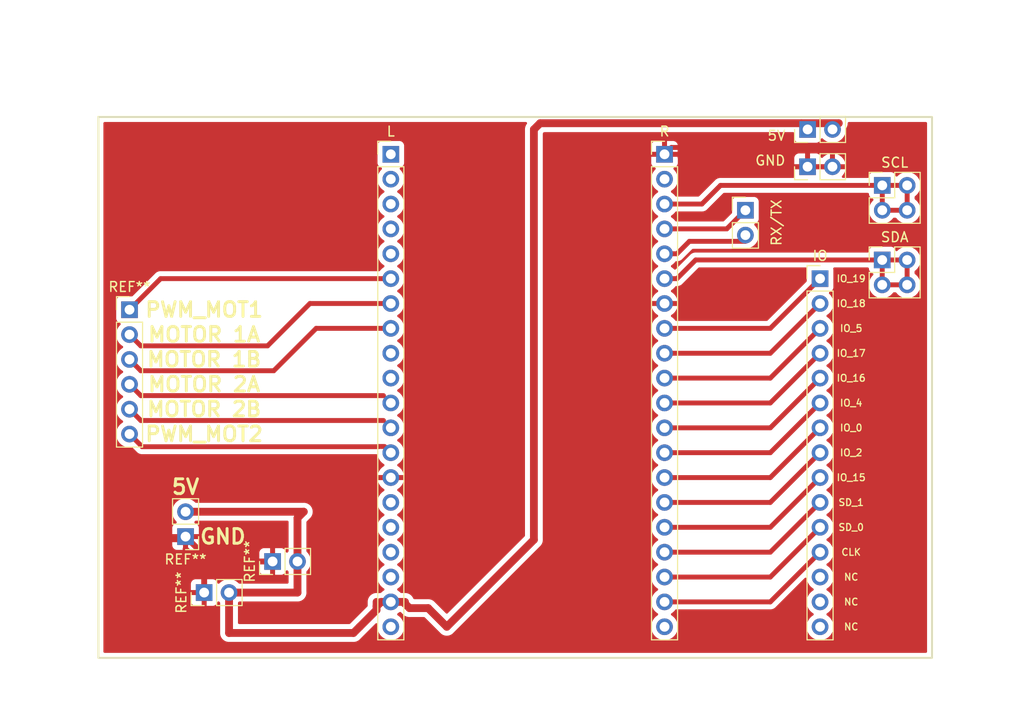
<source format=kicad_pcb>
(kicad_pcb (version 20211014) (generator pcbnew)
  (title_block (date "2022-12-27"))
  (layers (0 "F.Cu" signal) (31 "B.Cu" signal) (34 "B.Paste" user) (35 "F.Paste" user) (36 "B.SilkS" user "B.Silkscreen") (37 "F.SilkS" user "F.Silkscreen") (38 "B.Mask" user) (39 "F.Mask" user) (44 "Edge.Cuts" user))
  (net 0 "")
  (net 1 "+5V")
  (net 2 "GND")
  (footprint "Connector_PinHeader_2.54mm:PinHeader_1x15_P2.54mm_Vertical" (layer "F.Cu") (at 125.095 86.36)
    (fp_text reference "IO" (at 0 -2.33) (layer "F.SilkS"))
    (fp_text value "PinHeader_1x15_P2.54mm_Vertical")
    (fp_line (start -1.33 1.27) (end -1.33 36.89) (layer "F.SilkS") (width 0.12))
    (fp_line (start -1.33 1.27) (end 1.33 1.27) (layer "F.SilkS") (width 0.12))
    (fp_line (start -1.33 -1.33) (end 0 -1.33) (layer "F.SilkS") (width 0.12))
    (fp_line (start -1.33 0) (end -1.33 -1.33) (layer "F.SilkS") (width 0.12))
    (fp_line (start 1.33 1.27) (end 1.33 36.89) (layer "F.SilkS") (width 0.12))
    (fp_line (start -1.33 36.89) (end 1.33 36.89) (layer "F.SilkS") (width 0.12))
    (pad "1" thru_hole rect (at 0 0) (size 1.7 1.7) (drill 1) (layers *.Cu *.Mask))
    (pad "2" thru_hole oval (at 0 2.54) (size 1.7 1.7) (drill 1) (layers *.Cu *.Mask))
    (pad "3" thru_hole oval (at 0 5.08) (size 1.7 1.7) (drill 1) (layers *.Cu *.Mask))
    (pad "4" thru_hole oval (at 0 7.62) (size 1.7 1.7) (drill 1) (layers *.Cu *.Mask))
    (pad "5" thru_hole oval (at 0 10.16) (size 1.7 1.7) (drill 1) (layers *.Cu *.Mask))
    (pad "6" thru_hole oval (at 0 12.7) (size 1.7 1.7) (drill 1) (layers *.Cu *.Mask))
    (pad "7" thru_hole oval (at 0 15.24) (size 1.7 1.7) (drill 1) (layers *.Cu *.Mask))
    (pad "8" thru_hole oval (at 0 17.78) (size 1.7 1.7) (drill 1) (layers *.Cu *.Mask))
    (pad "9" thru_hole oval (at 0 20.32) (size 1.7 1.7) (drill 1) (layers *.Cu *.Mask))
    (pad "10" thru_hole oval (at 0 22.86) (size 1.7 1.7) (drill 1) (layers *.Cu *.Mask))
    (pad "11" thru_hole oval (at 0 25.4) (size 1.7 1.7) (drill 1) (layers *.Cu *.Mask))
    (pad "12" thru_hole oval (at 0 27.94) (size 1.7 1.7) (drill 1) (layers *.Cu *.Mask))
    (pad "13" thru_hole oval (at 0 30.48) (size 1.7 1.7) (drill 1) (layers *.Cu *.Mask))
    (pad "14" thru_hole oval (at 0 33.02) (size 1.7 1.7) (drill 1) (layers *.Cu *.Mask))
    (pad "15" thru_hole oval (at 0 35.56) (size 1.7 1.7) (drill 1) (layers *.Cu *.Mask))
  )
  (footprint "Connector_PinHeader_2.54mm:PinHeader_1x20_P2.54mm_Vertical" (layer "F.Cu") (at 81.28 73.66)
    (fp_text reference "L" (at 0 -2.33) (layer "F.SilkS"))
    (fp_text value "PinHeader_1x20_P2.54mm_Vertical")
    (fp_line (start 1.33 1.27) (end 1.33 49.59) (layer "F.SilkS") (width 0.12))
    (fp_line (start -1.33 0) (end -1.33 -1.33) (layer "F.SilkS") (width 0.12))
    (fp_line (start -1.33 1.27) (end -1.33 49.59) (layer "F.SilkS") (width 0.12))
    (fp_line (start -1.33 49.59) (end 1.33 49.59) (layer "F.SilkS") (width 0.12))
    (fp_line (start -1.33 1.27) (end 1.33 1.27) (layer "F.SilkS") (width 0.12))
    (fp_line (start -1.33 -1.33) (end 0 -1.33) (layer "F.SilkS") (width 0.12))
    (pad "1" thru_hole rect (at 0 0) (size 1.7 1.7) (drill 1) (layers *.Cu *.Mask))
    (pad "2" thru_hole oval (at 0 2.54) (size 1.7 1.7) (drill 1) (layers *.Cu *.Mask))
    (pad "3" thru_hole oval (at 0 5.08) (size 1.7 1.7) (drill 1) (layers *.Cu *.Mask))
    (pad "4" thru_hole oval (at 0 7.62) (size 1.7 1.7) (drill 1) (layers *.Cu *.Mask))
    (pad "5" thru_hole oval (at 0 10.16) (size 1.7 1.7) (drill 1) (layers *.Cu *.Mask))
    (pad "6" thru_hole oval (at 0 12.7) (size 1.7 1.7) (drill 1) (layers *.Cu *.Mask))
    (pad "7" thru_hole oval (at 0 15.24) (size 1.7 1.7) (drill 1) (layers *.Cu *.Mask))
    (pad "8" thru_hole oval (at 0 17.78) (size 1.7 1.7) (drill 1) (layers *.Cu *.Mask))
    (pad "9" thru_hole oval (at 0 20.32) (size 1.7 1.7) (drill 1) (layers *.Cu *.Mask))
    (pad "10" thru_hole oval (at 0 22.86) (size 1.7 1.7) (drill 1) (layers *.Cu *.Mask))
    (pad "11" thru_hole oval (at 0 25.4) (size 1.7 1.7) (drill 1) (layers *.Cu *.Mask))
    (pad "12" thru_hole oval (at 0 27.94) (size 1.7 1.7) (drill 1) (layers *.Cu *.Mask))
    (pad "13" thru_hole oval (at 0 30.48) (size 1.7 1.7) (drill 1) (layers *.Cu *.Mask))
    (pad "14" thru_hole oval (at 0 33.02) (size 1.7 1.7) (drill 1) (layers *.Cu *.Mask) (net 2 "GND"))
    (pad "15" thru_hole oval (at 0 35.56) (size 1.7 1.7) (drill 1) (layers *.Cu *.Mask))
    (pad "16" thru_hole oval (at 0 38.1) (size 1.7 1.7) (drill 1) (layers *.Cu *.Mask))
    (pad "17" thru_hole oval (at 0 40.64) (size 1.7 1.7) (drill 1) (layers *.Cu *.Mask))
    (pad "18" thru_hole oval (at 0 43.18) (size 1.7 1.7) (drill 1) (layers *.Cu *.Mask))
    (pad "19" thru_hole oval (at 0 45.72) (size 1.7 1.7) (drill 1) (layers *.Cu *.Mask) (net 1 "+5V"))
    (pad "20" thru_hole oval (at 0 48.26) (size 1.7 1.7) (drill 1) (layers *.Cu *.Mask))
  )
  (footprint "Connector_PinHeader_2.54mm:PinHeader_1x02_P2.54mm_Vertical" (layer "F.Cu") (at 123.82 74.93 90)
    (fp_text reference "GND" (at 0.635 -3.805 180) (layer "F.SilkS"))
    (fp_text value "PinHeader_1x02_P2.54mm_Vertical")
    (fp_line (start -1.33 -1.33) (end 0 -1.33) (layer "F.SilkS") (width 0.12))
    (fp_line (start -1.33 0) (end -1.33 -1.33) (layer "F.SilkS") (width 0.12))
    (fp_line (start 1.33 1.27) (end 1.33 3.87) (layer "F.SilkS") (width 0.12))
    (fp_line (start -1.33 3.87) (end 1.33 3.87) (layer "F.SilkS") (width 0.12))
    (fp_line (start -1.33 1.27) (end 1.33 1.27) (layer "F.SilkS") (width 0.12))
    (fp_line (start -1.33 1.27) (end -1.33 3.87) (layer "F.SilkS") (width 0.12))
    (pad "1" thru_hole rect (at 0 0 90) (size 1.7 1.7) (drill 1) (layers F&B.Cu *.Mask) (net 2 "GND"))
    (pad "2" thru_hole oval (at 0 2.54 90) (size 1.7 1.7) (drill 1) (layers F&B.Cu *.Mask) (net 2 "GND"))
  )
  (footprint "Connector_PinHeader_2.54mm:PinHeader_2x02_P2.54mm_Vertical" (layer "F.Cu") (at 131.445 76.835)
    (fp_text reference "SCL" (at 1.27 -2.33) (layer "F.SilkS"))
    (fp_text value "PinHeader_2x02_P2.54mm_Vertical")
    (fp_line (start -1.33 1.27) (end 1.27 1.27) (layer "F.SilkS") (width 0.12))
    (fp_line (start -1.33 0) (end -1.33 -1.33) (layer "F.SilkS") (width 0.12))
    (fp_line (start -1.33 1.27) (end -1.33 3.87) (layer "F.SilkS") (width 0.12))
    (fp_line (start -1.33 -1.33) (end 0 -1.33) (layer "F.SilkS") (width 0.12))
    (fp_line (start 1.27 1.27) (end 1.27 -1.33) (layer "F.SilkS") (width 0.12))
    (fp_line (start -1.33 3.87) (end 3.87 3.87) (layer "F.SilkS") (width 0.12))
    (fp_line (start 1.27 -1.33) (end 3.87 -1.33) (layer "F.SilkS") (width 0.12))
    (fp_line (start 3.87 -1.33) (end 3.87 3.87) (layer "F.SilkS") (width 0.12))
    (pad "1" thru_hole rect (at 0 0) (size 1.7 1.7) (drill 1) (layers *.Cu *.Mask))
    (pad "2" thru_hole oval (at 2.54 0) (size 1.7 1.7) (drill 1) (layers *.Cu *.Mask))
    (pad "3" thru_hole oval (at 0 2.54) (size 1.7 1.7) (drill 1) (layers *.Cu *.Mask))
    (pad "4" thru_hole oval (at 2.54 2.54) (size 1.7 1.7) (drill 1) (layers *.Cu *.Mask))
  )
  (footprint "Connector_PinHeader_2.54mm:PinHeader_1x06_P2.54mm_Vertical" (layer "F.Cu") (at 54.61 89.535)
    (fp_text reference "REF**" (at 0 -2.33) (layer "F.SilkS"))
    (fp_text value "PinHeader_1x06_P2.54mm_Vertical")
    (fp_line (start -1.33 14.03) (end 1.33 14.03) (layer "F.SilkS") (width 0.12))
    (fp_line (start 1.33 1.27) (end 1.33 14.03) (layer "F.SilkS") (width 0.12))
    (fp_line (start -1.33 1.27) (end 1.33 1.27) (layer "F.SilkS") (width 0.12))
    (fp_line (start -1.33 1.27) (end -1.33 14.03) (layer "F.SilkS") (width 0.12))
    (fp_line (start -1.33 -1.33) (end 0 -1.33) (layer "F.SilkS") (width 0.12))
    (fp_line (start -1.33 0) (end -1.33 -1.33) (layer "F.SilkS") (width 0.12))
    (pad "1" thru_hole rect (at 0 0) (size 1.7 1.7) (drill 1) (layers *.Cu *.Mask))
    (pad "2" thru_hole oval (at 0 2.54) (size 1.7 1.7) (drill 1) (layers *.Cu *.Mask))
    (pad "3" thru_hole oval (at 0 5.08) (size 1.7 1.7) (drill 1) (layers *.Cu *.Mask))
    (pad "4" thru_hole oval (at 0 7.62) (size 1.7 1.7) (drill 1) (layers *.Cu *.Mask))
    (pad "5" thru_hole oval (at 0 10.16) (size 1.7 1.7) (drill 1) (layers *.Cu *.Mask))
    (pad "6" thru_hole oval (at 0 12.7) (size 1.7 1.7) (drill 1) (layers *.Cu *.Mask))
  )
  (footprint "Connector_PinHeader_2.54mm:PinHeader_1x20_P2.54mm_Vertical" (layer "F.Cu") (at 109.22 73.66)
    (fp_text reference "R" (at 0 -2.33) (layer "F.SilkS"))
    (fp_text value "PinHeader_1x20_P2.54mm_Vertical")
    (fp_line (start -1.33 -1.33) (end 0 -1.33) (layer "F.SilkS") (width 0.12))
    (fp_line (start -1.33 1.27) (end 1.33 1.27) (layer "F.SilkS") (width 0.12))
    (fp_line (start -1.33 1.27) (end -1.33 49.59) (layer "F.SilkS") (width 0.12))
    (fp_line (start -1.33 49.59) (end 1.33 49.59) (layer "F.SilkS") (width 0.12))
    (fp_line (start -1.33 0) (end -1.33 -1.33) (layer "F.SilkS") (width 0.12))
    (fp_line (start 1.33 1.27) (end 1.33 49.59) (layer "F.SilkS") (width 0.12))
    (pad "1" thru_hole rect (at 0 0) (size 1.7 1.7) (drill 1) (layers *.Cu *.Mask) (net 2 "GND"))
    (pad "2" thru_hole oval (at 0 2.54) (size 1.7 1.7) (drill 1) (layers *.Cu *.Mask))
    (pad "3" thru_hole oval (at 0 5.08) (size 1.7 1.7) (drill 1) (layers *.Cu *.Mask))
    (pad "4" thru_hole oval (at 0 7.62) (size 1.7 1.7) (drill 1) (layers *.Cu *.Mask))
    (pad "5" thru_hole oval (at 0 10.16) (size 1.7 1.7) (drill 1) (layers *.Cu *.Mask))
    (pad "6" thru_hole oval (at 0 12.7) (size 1.7 1.7) (drill 1) (layers *.Cu *.Mask))
    (pad "7" thru_hole oval (at 0 15.24) (size 1.7 1.7) (drill 1) (layers *.Cu *.Mask) (net 2 "GND"))
    (pad "8" thru_hole oval (at 0 17.78) (size 1.7 1.7) (drill 1) (layers *.Cu *.Mask))
    (pad "9" thru_hole oval (at 0 20.32) (size 1.7 1.7) (drill 1) (layers *.Cu *.Mask))
    (pad "10" thru_hole oval (at 0 22.86) (size 1.7 1.7) (drill 1) (layers *.Cu *.Mask))
    (pad "11" thru_hole oval (at 0 25.4) (size 1.7 1.7) (drill 1) (layers *.Cu *.Mask))
    (pad "12" thru_hole oval (at 0 27.94) (size 1.7 1.7) (drill 1) (layers *.Cu *.Mask))
    (pad "13" thru_hole oval (at 0 30.48) (size 1.7 1.7) (drill 1) (layers *.Cu *.Mask))
    (pad "14" thru_hole oval (at 0 33.02) (size 1.7 1.7) (drill 1) (layers *.Cu *.Mask))
    (pad "15" thru_hole oval (at 0 35.56) (size 1.7 1.7) (drill 1) (layers *.Cu *.Mask))
    (pad "16" thru_hole oval (at 0 38.1) (size 1.7 1.7) (drill 1) (layers *.Cu *.Mask))
    (pad "17" thru_hole oval (at 0 40.64) (size 1.7 1.7) (drill 1) (layers *.Cu *.Mask))
    (pad "18" thru_hole oval (at 0 43.18) (size 1.7 1.7) (drill 1) (layers *.Cu *.Mask))
    (pad "19" thru_hole oval (at 0 45.72) (size 1.7 1.7) (drill 1) (layers *.Cu *.Mask))
    (pad "20" thru_hole oval (at 0 48.26) (size 1.7 1.7) (drill 1) (layers *.Cu *.Mask))
  )
  (footprint "Connector_PinHeader_2.54mm:PinHeader_1x02_P2.54mm_Vertical" (layer "F.Cu") (at 62.23 118.425 90)
    (fp_text reference "REF**" (at 0 -2.33 90) (layer "F.SilkS"))
    (fp_text value "PinHeader_1x02_P2.54mm_Vertical")
    (fp_line (start -1.33 0) (end -1.33 -1.33) (layer "F.SilkS") (width 0.12))
    (fp_line (start -1.33 -1.33) (end 0 -1.33) (layer "F.SilkS") (width 0.12))
    (fp_line (start -1.33 1.27) (end -1.33 3.87) (layer "F.SilkS") (width 0.12))
    (fp_line (start -1.33 1.27) (end 1.33 1.27) (layer "F.SilkS") (width 0.12))
    (fp_line (start 1.33 1.27) (end 1.33 3.87) (layer "F.SilkS") (width 0.12))
    (fp_line (start -1.33 3.87) (end 1.33 3.87) (layer "F.SilkS") (width 0.12))
    (pad "1" thru_hole rect (at 0 0 90) (size 1.7 1.7) (drill 1) (layers F&B.Cu *.Mask) (net 2 "GND"))
    (pad "2" thru_hole oval (at 0 2.54 90) (size 1.7 1.7) (drill 1) (layers F&B.Cu *.Mask) (net 1 "+5V"))
  )
  (footprint "Connector_PinHeader_2.54mm:PinHeader_1x02_P2.54mm_Vertical" (layer "F.Cu") (at 117.475 79.375)
    (fp_text reference "RX/TX" (at 3.175 1.27 -90) (layer "F.SilkS"))
    (fp_text value "PinHeader_1x02_P2.54mm_Vertical")
    (fp_line (start -1.33 3.87) (end 1.33 3.87) (layer "F.SilkS") (width 0.12))
    (fp_line (start 1.33 1.27) (end 1.33 3.87) (layer "F.SilkS") (width 0.12))
    (fp_line (start -1.33 1.27) (end 1.33 1.27) (layer "F.SilkS") (width 0.12))
    (fp_line (start -1.33 -1.33) (end 0 -1.33) (layer "F.SilkS") (width 0.12))
    (fp_line (start -1.33 1.27) (end -1.33 3.87) (layer "F.SilkS") (width 0.12))
    (fp_line (start -1.33 0) (end -1.33 -1.33) (layer "F.SilkS") (width 0.12))
    (pad "1" thru_hole rect (at 0 0) (size 1.7 1.7) (drill 1) (layers *.Cu *.Mask))
    (pad "2" thru_hole oval (at 0 2.54) (size 1.7 1.7) (drill 1) (layers *.Cu *.Mask))
  )
  (footprint "Connector_PinHeader_2.54mm:PinHeader_1x02_P2.54mm_Vertical" (layer "F.Cu") (at 69.215 115.25 90)
    (fp_text reference "REF**" (at 0 -2.33 90) (layer "F.SilkS"))
    (fp_text value "PinHeader_1x02_P2.54mm_Vertical")
    (fp_line (start -1.33 0) (end -1.33 -1.33) (layer "F.SilkS") (width 0.12))
    (fp_line (start -1.33 -1.33) (end 0 -1.33) (layer "F.SilkS") (width 0.12))
    (fp_line (start -1.33 1.27) (end -1.33 3.87) (layer "F.SilkS") (width 0.12))
    (fp_line (start -1.33 1.27) (end 1.33 1.27) (layer "F.SilkS") (width 0.12))
    (fp_line (start 1.33 1.27) (end 1.33 3.87) (layer "F.SilkS") (width 0.12))
    (fp_line (start -1.33 3.87) (end 1.33 3.87) (layer "F.SilkS") (width 0.12))
    (pad "1" thru_hole rect (at 0 0 90) (size 1.7 1.7) (drill 1) (layers *.Cu *.Mask) (net 2 "GND"))
    (pad "2" thru_hole oval (at 0 2.54 90) (size 1.7 1.7) (drill 1) (layers *.Cu *.Mask) (net 1 "+5V"))
  )
  (footprint "Connector_PinHeader_2.54mm:PinHeader_1x02_P2.54mm_Vertical" (layer "F.Cu") (at 123.825 71.12 90)
    (fp_text reference "5V" (at -0.635 -3.175 180) (layer "F.SilkS"))
    (fp_text value "PinHeader_1x02_P2.54mm_Vertical")
    (fp_line (start -1.33 -1.33) (end 0 -1.33) (layer "F.SilkS") (width 0.12))
    (fp_line (start -1.33 0) (end -1.33 -1.33) (layer "F.SilkS") (width 0.12))
    (fp_line (start 1.33 1.27) (end 1.33 3.87) (layer "F.SilkS") (width 0.12))
    (fp_line (start -1.33 3.87) (end 1.33 3.87) (layer "F.SilkS") (width 0.12))
    (fp_line (start -1.33 1.27) (end 1.33 1.27) (layer "F.SilkS") (width 0.12))
    (fp_line (start -1.33 1.27) (end -1.33 3.87) (layer "F.SilkS") (width 0.12))
    (pad "1" thru_hole rect (at 0 0 90) (size 1.7 1.7) (drill 1) (layers *.Cu *.Mask) (net 1 "+5V"))
    (pad "2" thru_hole oval (at 0 2.54 90) (size 1.7 1.7) (drill 1) (layers *.Cu *.Mask) (net 1 "+5V"))
  )
  (footprint "Connector_PinHeader_2.54mm:PinHeader_2x02_P2.54mm_Vertical" (layer "F.Cu") (at 131.44 84.455)
    (fp_text reference "SDA" (at 1.27 -2.33) (layer "F.SilkS"))
    (fp_text value "PinHeader_2x02_P2.54mm_Vertical")
    (fp_line (start -1.33 1.27) (end 1.27 1.27) (layer "F.SilkS") (width 0.12))
    (fp_line (start -1.33 0) (end -1.33 -1.33) (layer "F.SilkS") (width 0.12))
    (fp_line (start -1.33 1.27) (end -1.33 3.87) (layer "F.SilkS") (width 0.12))
    (fp_line (start -1.33 -1.33) (end 0 -1.33) (layer "F.SilkS") (width 0.12))
    (fp_line (start 1.27 1.27) (end 1.27 -1.33) (layer "F.SilkS") (width 0.12))
    (fp_line (start -1.33 3.87) (end 3.87 3.87) (layer "F.SilkS") (width 0.12))
    (fp_line (start 1.27 -1.33) (end 3.87 -1.33) (layer "F.SilkS") (width 0.12))
    (fp_line (start 3.87 -1.33) (end 3.87 3.87) (layer "F.SilkS") (width 0.12))
    (pad "1" thru_hole rect (at 0 0) (size 1.7 1.7) (drill 1) (layers F&B.Cu *.Mask))
    (pad "2" thru_hole oval (at 2.54 0) (size 1.7 1.7) (drill 1) (layers F&B.Cu *.Mask))
    (pad "3" thru_hole oval (at 0 2.54) (size 1.7 1.7) (drill 1) (layers F&B.Cu *.Mask))
    (pad "4" thru_hole oval (at 2.54 2.54) (size 1.7 1.7) (drill 1) (layers F&B.Cu *.Mask))
  )
  (footprint "Connector_PinHeader_2.54mm:PinHeader_1x02_P2.54mm_Vertical" (layer "F.Cu") (at 60.33 112.71 180)
    (fp_text reference "REF**" (at 0 -2.33) (layer "F.SilkS"))
    (fp_text value "PinHeader_1x02_P2.54mm_Vertical")
    (fp_line (start -1.33 -1.33) (end 0 -1.33) (layer "F.SilkS") (width 0.12))
    (fp_line (start -1.33 0) (end -1.33 -1.33) (layer "F.SilkS") (width 0.12))
    (fp_line (start -1.33 1.27) (end 1.33 1.27) (layer "F.SilkS") (width 0.12))
    (fp_line (start -1.33 3.87) (end 1.33 3.87) (layer "F.SilkS") (width 0.12))
    (fp_line (start -1.33 1.27) (end -1.33 3.87) (layer "F.SilkS") (width 0.12))
    (fp_line (start 1.33 1.27) (end 1.33 3.87) (layer "F.SilkS") (width 0.12))
    (pad "1" thru_hole rect (at 0 0 180) (size 1.7 1.7) (drill 1) (layers *.Cu *.Mask) (net 2 "GND"))
    (pad "2" thru_hole oval (at 0 2.54 180) (size 1.7 1.7) (drill 1) (layers *.Cu *.Mask) (net 1 "+5V"))
  )
  (gr_rect (start 51.435 69.85) (end 136.525 125.095) (layer "F.SilkS") (width 0.2) (fill none))
  (gr_poly (pts (xy 136.525 125.095) (xy 51.435 125.095) (xy 51.435 69.85) (xy 136.525 69.85)) (layer "Edge.Cuts") (width 0.1) (fill none))
  (gr_text "NC" (at 128.27 116.84) (layer "F.SilkS") (effects (font (size 0.7 0.7) (thickness 0.125))))
  (gr_text "PWM_MOT2" (at 62.23 102.235) (layer "F.SilkS") (effects (font (size 1.5 1.5) (thickness 0.3))))
  (gr_text "IO_5" (at 128.27 91.44) (layer "F.SilkS") (effects (font (size 0.7 0.7) (thickness 0.125))))
  (gr_text "GND" (at 64.14 112.71) (layer "F.SilkS") (effects (font (size 1.5 1.5) (thickness 0.3))))
  (gr_text "IO_19" (at 128.27 86.36) (layer "F.SilkS") (effects (font (size 0.7 0.7) (thickness 0.125))))
  (gr_text "5V" (at 60.33 107.63) (layer "F.SilkS") (effects (font (size 1.5 1.5) (thickness 0.3))))
  (gr_text "NC" (at 128.27 119.38) (layer "F.SilkS") (effects (font (size 0.7 0.7) (thickness 0.125))))
  (gr_text "MOTOR 2B" (at 62.23 99.695) (layer "F.SilkS") (effects (font (size 1.5 1.5) (thickness 0.3))))
  (gr_text "IO_15" (at 128.27 106.68) (layer "F.SilkS") (effects (font (size 0.7 0.7) (thickness 0.125))))
  (gr_text "IO_16" (at 128.27 96.52) (layer "F.SilkS") (effects (font (size 0.7 0.7) (thickness 0.125))))
  (gr_text "IO_4" (at 128.27 99.06) (layer "F.SilkS") (effects (font (size 0.7 0.7) (thickness 0.125))))
  (gr_text "IO_18" (at 128.27 88.9) (layer "F.SilkS") (effects (font (size 0.7 0.7) (thickness 0.125))))
  (gr_text "MOTOR 1B" (at 62.23 94.615) (layer "F.SilkS") (effects (font (size 1.5 1.5) (thickness 0.3))))
  (gr_text "PWM_MOT1" (at 62.23 89.535) (layer "F.SilkS") (effects (font (size 1.5 1.5) (thickness 0.3))))
  (gr_text "SD_1" (at 128.27 109.22) (layer "F.SilkS") (effects (font (size 0.7 0.7) (thickness 0.125))))
  (gr_text "IO_2" (at 128.27 104.14) (layer "F.SilkS") (effects (font (size 0.7 0.7) (thickness 0.125))))
  (gr_text "MOTOR 2A" (at 62.23 97.155) (layer "F.SilkS") (effects (font (size 1.5 1.5) (thickness 0.3))))
  (gr_text "SD_0" (at 128.27 111.76) (layer "F.SilkS") (effects (font (size 0.7 0.7) (thickness 0.125))))
  (gr_text "MOTOR 1A" (at 62.23 92.075) (layer "F.SilkS") (effects (font (size 1.5 1.5) (thickness 0.3))))
  (gr_text "NC" (at 128.27 121.92) (layer "F.SilkS") (effects (font (size 0.7 0.7) (thickness 0.125))))
  (gr_text "IO_17" (at 128.27 93.98) (layer "F.SilkS") (effects (font (size 0.7 0.7) (thickness 0.125))))
  (gr_text "IO_0" (at 128.27 101.6) (layer "F.SilkS") (effects (font (size 0.7 0.7) (thickness 0.125))))
  (gr_text "CLK" (at 128.27 114.3) (layer "F.SilkS") (effects (font (size 0.7 0.7) (thickness 0.125))))
  (segment (start 120.015 116.84) (end 109.22 116.84) (width 0.5) (layer "F.Cu") (net 0))
  (segment (start 54.61 97.155) (end 55.763571 98.308571) (width 0.5) (layer "F.Cu") (net 0))
  (segment (start 131.44 86.995) (end 131.44 84.455) (width 0.5) (layer "F.Cu") (net 0))
  (segment (start 109.22 81.28) (end 115.57 81.28) (width 0.5) (layer "F.Cu") (net 0))
  (segment (start 131.44 84.455) (end 112.395 84.455) (width 0.5) (layer "F.Cu") (net 0))
  (segment (start 68.696429 93.228571) (end 73.025 88.9) (width 0.5) (layer "F.Cu") (net 0))
  (segment (start 120.015 119.38) (end 109.22 119.38) (width 0.5) (layer "F.Cu") (net 0))
  (segment (start 117.475 82.55) (end 117.475 81.915) (width 0.5) (layer "F.Cu") (net 0))
  (segment (start 120.015 93.98) (end 109.22 93.98) (width 0.5) (layer "F.Cu") (net 0))
  (segment (start 120.015 91.44) (end 125.095 86.36) (width 0.5) (layer "F.Cu") (net 0))
  (segment (start 80.645 103.505) (end 81.28 104.14) (width 0.25) (layer "F.Cu") (net 0))
  (segment (start 125.095 104.14) (end 120.015 109.22) (width 0.5) (layer "F.Cu") (net 0))
  (segment (start 110.49 86.36) (end 109.22 86.36) (width 0.5) (layer "F.Cu") (net 0))
  (segment (start 120.015 106.68) (end 109.22 106.68) (width 0.5) (layer "F.Cu") (net 0))
  (segment (start 109.22 91.44) (end 120.015 91.44) (width 0.5) (layer "F.Cu") (net 0))
  (segment (start 120.015 104.14) (end 109.22 104.14) (width 0.5) (layer "F.Cu") (net 0))
  (segment (start 125.095 99.06) (end 120.015 104.14) (width 0.5) (layer "F.Cu") (net 0))
  (segment (start 55.763571 100.848571) (end 80.528571 100.848571) (width 0.5) (layer "F.Cu") (net 0))
  (segment (start 131.445 76.835) (end 114.935 76.835) (width 0.5) (layer "F.Cu") (net 0))
  (segment (start 125.095 93.98) (end 120.015 99.06) (width 0.5) (layer "F.Cu") (net 0))
  (segment (start 112.395 84.455) (end 110.49 86.36) (width 0.5) (layer "F.Cu") (net 0))
  (segment (start 131.445 79.375) (end 131.445 76.835) (width 0.5) (layer "F.Cu") (net 0))
  (segment (start 55.906428 103.531428) (end 79.983572 103.531428) (width 0.5) (layer "F.Cu") (net 0))
  (segment (start 120.015 99.06) (end 109.22 99.06) (width 0.5) (layer "F.Cu") (net 0))
  (segment (start 69.331429 95.768571) (end 73.66 91.44) (width 0.5) (layer "F.Cu") (net 0))
  (segment (start 131.44 86.995) (end 133.98 86.995) (width 0.5) (layer "F.Cu") (net 0))
  (segment (start 125.095 101.6) (end 120.015 106.68) (width 0.5) (layer "F.Cu") (net 0))
  (segment (start 113.03 78.74) (end 109.22 78.74) (width 0.5) (layer "F.Cu") (net 0))
  (segment (start 73.025 88.9) (end 81.28 88.9) (width 0.5) (layer "F.Cu") (net 0))
  (segment (start 54.61 94.615) (end 55.763571 95.768571) (width 0.5) (layer "F.Cu") (net 0))
  (segment (start 115.57 81.28) (end 117.475 79.375) (width 0.5) (layer "F.Cu") (net 0))
  (segment (start 80.01 103.505) (end 80.645 103.505) (width 0.5) (layer "F.Cu") (net 0))
  (segment (start 120.015 114.3) (end 109.22 114.3) (width 0.5) (layer "F.Cu") (net 0))
  (segment (start 120.015 96.52) (end 109.22 96.52) (width 0.5) (layer "F.Cu") (net 0))
  (segment (start 111.76 82.55) (end 117.475 82.55) (width 0.5) (layer "F.Cu") (net 0))
  (segment (start 57.785 86.36) (end 81.28 86.36) (width 0.5) (layer "F.Cu") (net 0))
  (segment (start 55.763571 98.308571) (end 80.528571 98.308571) (width 0.5) (layer "F.Cu") (net 0))
  (segment (start 109.22 111.76) (end 120.015 111.76) (width 0.5) (layer "F.Cu") (net 0))
  (segment (start 133.985 79.375) (end 131.445 79.375) (width 0.5) (layer "F.Cu") (net 0))
  (segment (start 79.983572 103.531428) (end 80.01 103.505) (width 0.25) (layer "F.Cu") (net 0))
  (segment (start 55.763571 93.228571) (end 68.696429 93.228571) (width 0.5) (layer "F.Cu") (net 0))
  (segment (start 54.61 99.695) (end 55.763571 100.848571) (width 0.5) (layer "F.Cu") (net 0))
  (segment (start 54.61 102.235) (end 55.906428 103.531428) (width 0.5) (layer "F.Cu") (net 0))
  (segment (start 125.095 109.22) (end 120.015 114.3) (width 0.5) (layer "F.Cu") (net 0))
  (segment (start 110.49 83.82) (end 111.76 82.55) (width 0.5) (layer "F.Cu") (net 0))
  (segment (start 80.528571 98.308571) (end 81.28 99.06) (width 0.25) (layer "F.Cu") (net 0))
  (segment (start 133.985 79.375) (end 133.985 76.835) (width 0.5) (layer "F.Cu") (net 0))
  (segment (start 109.22 83.82) (end 110.49 83.82) (width 0.5) (layer "F.Cu") (net 0))
  (segment (start 120.015 101.6) (end 109.22 101.6) (width 0.5) (layer "F.Cu") (net 0))
  (segment (start 131.445 76.835) (end 133.985 76.835) (width 0.5) (layer "F.Cu") (net 0))
  (segment (start 55.763571 95.768571) (end 69.331429 95.768571) (width 0.5) (layer "F.Cu") (net 0))
  (segment (start 125.095 88.9) (end 120.015 93.98) (width 0.5) (layer "F.Cu") (net 0))
  (segment (start 133.98 84.455) (end 133.98 86.995) (width 0.5) (layer "F.Cu") (net 0))
  (segment (start 125.095 114.3) (end 120.015 119.38) (width 0.5) (layer "F.Cu") (net 0))
  (segment (start 120.015 111.76) (end 125.095 106.68) (width 0.5) (layer "F.Cu") (net 0))
  (segment (start 73.66 91.44) (end 81.28 91.44) (width 0.5) (layer "F.Cu") (net 0))
  (segment (start 80.528571 100.848571) (end 81.28 101.6) (width 0.25) (layer "F.Cu") (net 0))
  (segment (start 54.61 89.535) (end 57.785 86.36) (width 0.5) (layer "F.Cu") (net 0))
  (segment (start 54.61 92.075) (end 55.763571 93.228571) (width 0.5) (layer "F.Cu") (net 0))
  (segment (start 125.095 111.76) (end 120.015 116.84) (width 0.5) (layer "F.Cu") (net 0))
  (segment (start 125.095 91.44) (end 120.015 96.52) (width 0.5) (layer "F.Cu") (net 0))
  (segment (start 133.98 84.455) (end 131.44 84.455) (width 0.5) (layer "F.Cu") (net 0))
  (segment (start 120.015 109.22) (end 109.22 109.22) (width 0.5) (layer "F.Cu") (net 0))
  (segment (start 125.095 96.52) (end 120.015 101.6) (width 0.5) (layer "F.Cu") (net 0))
  (segment (start 114.935 76.835) (end 113.03 78.74) (width 0.5) (layer "F.Cu") (net 0))
  (segment (start 82.73 119.56) (end 82.55 119.38) (width 0.8) (layer "F.Cu") (net 1))
  (segment (start 60.33 110.17) (end 72.395 110.17) (width 0.8) (layer "F.Cu") (net 1))
  (segment (start 85.09 120.015) (end 83.185 120.015) (width 0.8) (layer "F.Cu") (net 1))
  (segment (start 71.755 118.42) (end 71.755 115.25) (width 0.8) (layer "F.Cu") (net 1))
  (segment (start 95.885 71.12) (end 96.52 70.485) (width 0.8) (layer "F.Cu") (net 1))
  (segment (start 72.395 110.17) (end 71.755 110.81) (width 0.8) (layer "F.Cu") (net 1))
  (segment (start 64.77 118.425) (end 71.76 118.425) (width 0.8) (layer "F.Cu") (net 1))
  (segment (start 64.77 122.555) (end 77.47 122.555) (width 0.8) (layer "F.Cu") (net 1))
  (segment (start 71.76 118.425) (end 71.755 118.42) (width 0.2) (layer "F.Cu") (net 1))
  (segment (start 95.885 113.03) (end 95.885 71.12) (width 0.8) (layer "F.Cu") (net 1))
  (segment (start 82.73 119.56) (end 82.73 119.38) (width 0.8) (layer "F.Cu") (net 1))
  (segment (start 79.83 120.195) (end 79.83 119.835) (width 0.8) (layer "F.Cu") (net 1))
  (segment (start 64.77 118.425) (end 64.77 122.555) (width 0.8) (layer "F.Cu") (net 1))
  (segment (start 82.55 119.38) (end 81.28 119.38) (width 0.8) (layer "F.Cu") (net 1))
  (segment (start 79.83 119.835) (end 80.285 119.38) (width 0.8) (layer "F.Cu") (net 1))
  (segment (start 123.825 71.12) (end 123.19 70.485) (width 0.5) (layer "F.Cu") (net 1))
  (segment (start 96.52 70.485) (end 123.19 70.485) (width 0.8) (layer "F.Cu") (net 1))
  (segment (start 78.105 121.92) (end 79.83 120.195) (width 0.8) (layer "F.Cu") (net 1))
  (segment (start 83.185 120.015) (end 82.73 119.56) (width 0.8) (layer "F.Cu") (net 1))
  (segment (start 77.47 122.555) (end 78.105 121.92) (width 0.8) (layer "F.Cu") (net 1))
  (segment (start 80.285 119.38) (end 81.28 119.38) (width 0.8) (layer "F.Cu") (net 1))
  (segment (start 71.755 110.81) (end 71.755 115.25) (width 0.8) (layer "F.Cu") (net 1))
  (segment (start 86.995 121.92) (end 95.885 113.03) (width 0.8) (layer "F.Cu") (net 1))
  (segment (start 86.995 121.92) (end 85.09 120.015) (width 0.8) (layer "F.Cu") (net 1))
  (segment (start 79.83 119.835) (end 79.83 119.38) (width 0.8) (layer "F.Cu") (net 1))
  (segment (start 127 70.485) (end 126.365 71.12) (width 0.8) (layer "F.Cu") (net 1))
  (segment (start 123.19 70.485) (end 127 70.485) (width 0.8) (layer "F.Cu") (net 1))
  (segment (start 60.33 113.98) (end 60.33 112.71) (width 0.5) (layer "F.Cu") (net 2))
  (segment (start 110.80995 73.94995) (end 111.79 74.93) (width 0.5) (layer "F.Cu") (net 2))
  (segment (start 60.01 113.03) (end 60.33 112.71) (width 0.5) (layer "F.Cu") (net 2))
  (segment (start 56.515 111.76) (end 57.785 113.03) (width 0.5) (layer "F.Cu") (net 2))
  (segment (start 109.92 72.96) (end 110.80995 72.96) (width 0.5) (layer "F.Cu") (net 2))
  (segment (start 56.515 106.68) (end 56.515 111.76) (width 0.5) (layer "F.Cu") (net 2))
  (segment (start 62.23 114.61) (end 60.33 112.71) (width 0.6) (layer "F.Cu") (net 2))
  (segment (start 110.80995 72.96) (end 110.80995 73.94995) (width 0.5) (layer "F.Cu") (net 2))
  (segment (start 64.14 115.25) (end 69.215 115.25) (width 0.2) (layer "F.Cu") (net 2))
  (segment (start 57.785 113.03) (end 60.01 113.03) (width 0.5) (layer "F.Cu") (net 2))
  (segment (start 109.22 73.66) (end 109.92 72.96) (width 0.5) (layer "F.Cu") (net 2))
  (segment (start 62.87 115.25) (end 62.235 115.885) (width 0.6) (layer "F.Cu") (net 2))
  (segment (start 62.23 118.425) (end 62.23 114.61) (width 0.6) (layer "F.Cu") (net 2))
  (segment (start 69.215 115.25) (end 63.505 115.25) (width 0.6) (layer "F.Cu") (net 2))
  (segment (start 62.235 115.885) (end 60.33 113.98) (width 0.6) (layer "F.Cu") (net 2))
  (segment (start 63.505 115.25) (end 62.87 115.25) (width 0.6) (layer "F.Cu") (net 2))
  (segment (start 123.82 74.93) (end 126.36 74.93) (width 0.5) (layer "F.Cu") (net 2))
  (segment (start 62.23 118.425) (end 62.23 115.89) (width 0.2) (layer "F.Cu") (net 2))
  (segment (start 56.515 106.68) (end 81.28 106.68) (width 0.5) (layer "F.Cu") (net 2))
  (segment (start 123.82 74.93) (end 111.79 74.93) (width 0.5) (layer "F.Cu") (net 2))
  (zone (net 2) (net_name "GND") (layer "F.Cu") (connect_pads (clearance 0.508)) (min_thickness 0.254) (fill yes (thermal_gap 0.508) (thermal_bridge_width 0.508))
    (polygon (pts (xy 136.525 125.095) (xy 51.435 125.095) (xy 51.435 69.85) (xy 136.525 69.85)))
  )
)
</source>
